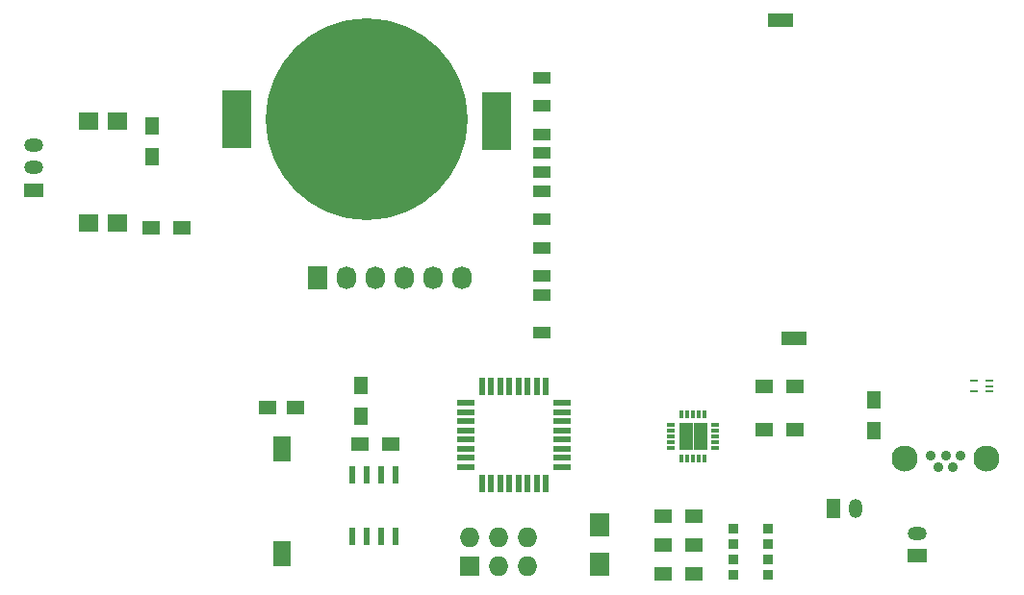
<source format=gtl>
G04 #@! TF.FileFunction,Copper,L1,Top,Signal*
%FSLAX46Y46*%
G04 Gerber Fmt 4.6, Leading zero omitted, Abs format (unit mm)*
G04 Created by KiCad (PCBNEW (2015-08-05 BZR 6055, Git fa29c62)-product) date 8/14/2015 8:31:27 AM*
%MOMM*%
G01*
G04 APERTURE LIST*
%ADD10C,0.100000*%
%ADD11R,1.500000X1.250000*%
%ADD12R,1.500000X1.000000*%
%ADD13R,2.200000X1.200000*%
%ADD14R,1.500000X1.300000*%
%ADD15R,1.600000X0.550000*%
%ADD16R,0.550000X1.600000*%
%ADD17R,1.699260X1.198880*%
%ADD18O,1.699260X1.198880*%
%ADD19R,1.198880X1.699260*%
%ADD20O,1.198880X1.699260*%
%ADD21R,1.727200X1.727200*%
%ADD22O,1.727200X1.727200*%
%ADD23C,2.300000*%
%ADD24C,0.900000*%
%ADD25R,1.727200X2.032000*%
%ADD26O,1.727200X2.032000*%
%ADD27R,1.300000X1.500000*%
%ADD28R,0.900000X0.900000*%
%ADD29R,1.600000X2.180000*%
%ADD30R,1.699260X2.100580*%
%ADD31R,1.780540X1.518920*%
%ADD32R,0.728980X0.299720*%
%ADD33R,0.299720X0.728980*%
%ADD34R,1.249680X1.249680*%
%ADD35R,0.600000X1.550000*%
%ADD36R,0.800000X0.220000*%
%ADD37C,17.780000*%
%ADD38R,2.540000X5.080000*%
G04 APERTURE END LIST*
D10*
D11*
X112415000Y-91440000D03*
X114915000Y-91440000D03*
D12*
X136525000Y-64880000D03*
X136525000Y-67380000D03*
X136525000Y-70680000D03*
X136525000Y-72380000D03*
X136525000Y-74880000D03*
X136525000Y-77380000D03*
X136525000Y-79805000D03*
X136525000Y-81505000D03*
X136525000Y-62380000D03*
X136525000Y-69030000D03*
X136525000Y-84855000D03*
D13*
X157525000Y-57355000D03*
X158725000Y-85355000D03*
D14*
X147240000Y-106045000D03*
X149940000Y-106045000D03*
X147240000Y-103505000D03*
X149940000Y-103505000D03*
X147240000Y-100965000D03*
X149940000Y-100965000D03*
D15*
X129862000Y-91053000D03*
X129862000Y-91853000D03*
X129862000Y-92653000D03*
X129862000Y-93453000D03*
X129862000Y-94253000D03*
X129862000Y-95053000D03*
X129862000Y-95853000D03*
X129862000Y-96653000D03*
D16*
X131312000Y-98103000D03*
X132112000Y-98103000D03*
X132912000Y-98103000D03*
X133712000Y-98103000D03*
X134512000Y-98103000D03*
X135312000Y-98103000D03*
X136112000Y-98103000D03*
X136912000Y-98103000D03*
D15*
X138362000Y-96653000D03*
X138362000Y-95853000D03*
X138362000Y-95053000D03*
X138362000Y-94253000D03*
X138362000Y-93453000D03*
X138362000Y-92653000D03*
X138362000Y-91853000D03*
X138362000Y-91053000D03*
D16*
X136912000Y-89603000D03*
X136112000Y-89603000D03*
X135312000Y-89603000D03*
X134512000Y-89603000D03*
X133712000Y-89603000D03*
X132912000Y-89603000D03*
X132112000Y-89603000D03*
X131312000Y-89603000D03*
D17*
X91884500Y-72296020D03*
D18*
X91884500Y-68292980D03*
X91884500Y-70294500D03*
D17*
X169545000Y-104505760D03*
D18*
X169545000Y-102504240D03*
D19*
X162194240Y-100330000D03*
D20*
X164195760Y-100330000D03*
D21*
X130175000Y-105410000D03*
D22*
X130175000Y-102870000D03*
X132715000Y-105410000D03*
X132715000Y-102870000D03*
X135255000Y-105410000D03*
X135255000Y-102870000D03*
D23*
X175665000Y-95885000D03*
X168505000Y-95885000D03*
D24*
X170785000Y-95665000D03*
X171435000Y-96665000D03*
X172085000Y-95665000D03*
X172735000Y-96665000D03*
X173385000Y-95665000D03*
D25*
X116840000Y-80010000D03*
D26*
X119380000Y-80010000D03*
X121920000Y-80010000D03*
X124460000Y-80010000D03*
X127000000Y-80010000D03*
X129540000Y-80010000D03*
D27*
X165735000Y-90725000D03*
X165735000Y-93425000D03*
D14*
X102155000Y-75565000D03*
X104855000Y-75565000D03*
D27*
X102235000Y-66595000D03*
X102235000Y-69295000D03*
D14*
X156130000Y-93345000D03*
X158830000Y-93345000D03*
X156130000Y-89535000D03*
X158830000Y-89535000D03*
X123270000Y-94615000D03*
X120570000Y-94615000D03*
D27*
X120650000Y-92155000D03*
X120650000Y-89455000D03*
D28*
X156440000Y-106140000D03*
X156440000Y-102140000D03*
X156440000Y-104800000D03*
X156440000Y-103480000D03*
X153440000Y-104800000D03*
X153440000Y-106140000D03*
X153440000Y-102140000D03*
X153440000Y-103480000D03*
D29*
X113665000Y-95095000D03*
X113665000Y-104295000D03*
D30*
X141605000Y-105234740D03*
X141605000Y-101775260D03*
D31*
X96710500Y-75181460D03*
X99250500Y-75181460D03*
X99250500Y-66169540D03*
X96710500Y-66169540D03*
D32*
X147894040Y-92979240D03*
X147894040Y-93479620D03*
X147894040Y-93980000D03*
X147894040Y-94480380D03*
D33*
X148859240Y-95945960D03*
X149359620Y-95945960D03*
X149860000Y-95945960D03*
X150360380Y-95945960D03*
X150860760Y-95945960D03*
D34*
X149235160Y-94604840D03*
X149235160Y-93355160D03*
X150484840Y-93355160D03*
X150484840Y-94604840D03*
D32*
X151825960Y-94980760D03*
X151825960Y-94480380D03*
X151825960Y-93980000D03*
X151825960Y-93479620D03*
X151825960Y-92979240D03*
D33*
X150860760Y-92014040D03*
X150360380Y-92014040D03*
X149860000Y-92014040D03*
X149359620Y-92014040D03*
X148859240Y-92014040D03*
D32*
X147894040Y-94980760D03*
D35*
X119888000Y-102776000D03*
X121158000Y-102776000D03*
X122428000Y-102776000D03*
X123698000Y-102776000D03*
X123698000Y-97376000D03*
X122428000Y-97376000D03*
X121158000Y-97376000D03*
X119888000Y-97376000D03*
D36*
X174560000Y-90035000D03*
X174560000Y-89035000D03*
X175960000Y-89035000D03*
X175960000Y-89535000D03*
X175960000Y-90035000D03*
D37*
X121158000Y-66040000D03*
D38*
X109728000Y-66040000D03*
X132588000Y-66167000D03*
M02*

</source>
